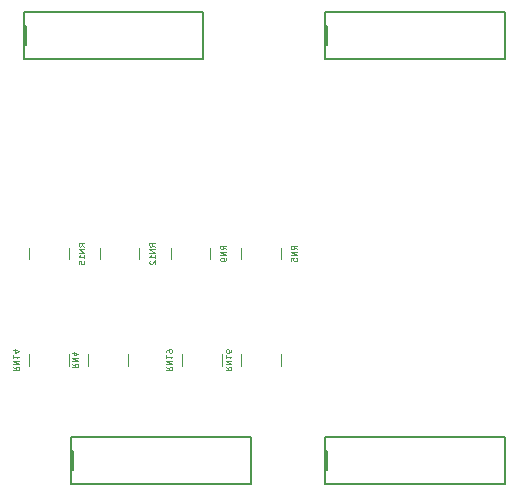
<source format=gbr>
%TF.GenerationSoftware,KiCad,Pcbnew,(5.99.0-2671-gfc0a358ba)*%
%TF.CreationDate,2020-09-04T13:27:30+05:30*%
%TF.ProjectId,Alchitry_IO_Shield,416c6368-6974-4727-995f-494f5f536869,rev?*%
%TF.SameCoordinates,Original*%
%TF.FileFunction,Legend,Bot*%
%TF.FilePolarity,Positive*%
%FSLAX46Y46*%
G04 Gerber Fmt 4.6, Leading zero omitted, Abs format (unit mm)*
G04 Created by KiCad (PCBNEW (5.99.0-2671-gfc0a358ba)) date 2020-09-04 13:27:30*
%MOMM*%
%LPD*%
G01*
G04 APERTURE LIST*
%ADD10C,0.100000*%
%ADD11C,0.127000*%
%ADD12C,0.120000*%
G04 APERTURE END LIST*
D10*
%TO.C,RN5*%
X54026190Y-50554761D02*
X53788095Y-50388095D01*
X54026190Y-50269047D02*
X53526190Y-50269047D01*
X53526190Y-50459523D01*
X53550000Y-50507142D01*
X53573809Y-50530952D01*
X53621428Y-50554761D01*
X53692857Y-50554761D01*
X53740476Y-50530952D01*
X53764285Y-50507142D01*
X53788095Y-50459523D01*
X53788095Y-50269047D01*
X54026190Y-50769047D02*
X53526190Y-50769047D01*
X54026190Y-51054761D01*
X53526190Y-51054761D01*
X53526190Y-51530952D02*
X53526190Y-51292857D01*
X53764285Y-51269047D01*
X53740476Y-51292857D01*
X53716666Y-51340476D01*
X53716666Y-51459523D01*
X53740476Y-51507142D01*
X53764285Y-51530952D01*
X53811904Y-51554761D01*
X53930952Y-51554761D01*
X53978571Y-51530952D01*
X54002380Y-51507142D01*
X54026190Y-51459523D01*
X54026190Y-51340476D01*
X54002380Y-51292857D01*
X53978571Y-51269047D01*
%TO.C,RN15*%
X36026190Y-50316666D02*
X35788095Y-50150000D01*
X36026190Y-50030952D02*
X35526190Y-50030952D01*
X35526190Y-50221428D01*
X35550000Y-50269047D01*
X35573809Y-50292857D01*
X35621428Y-50316666D01*
X35692857Y-50316666D01*
X35740476Y-50292857D01*
X35764285Y-50269047D01*
X35788095Y-50221428D01*
X35788095Y-50030952D01*
X36026190Y-50530952D02*
X35526190Y-50530952D01*
X36026190Y-50816666D01*
X35526190Y-50816666D01*
X36026190Y-51316666D02*
X36026190Y-51030952D01*
X36026190Y-51173809D02*
X35526190Y-51173809D01*
X35597619Y-51126190D01*
X35645238Y-51078571D01*
X35669047Y-51030952D01*
X35526190Y-51769047D02*
X35526190Y-51530952D01*
X35764285Y-51507142D01*
X35740476Y-51530952D01*
X35716666Y-51578571D01*
X35716666Y-51697619D01*
X35740476Y-51745238D01*
X35764285Y-51769047D01*
X35811904Y-51792857D01*
X35930952Y-51792857D01*
X35978571Y-51769047D01*
X36002380Y-51745238D01*
X36026190Y-51697619D01*
X36026190Y-51578571D01*
X36002380Y-51530952D01*
X35978571Y-51507142D01*
%TO.C,RN14*%
X29973809Y-60483333D02*
X30211904Y-60650000D01*
X29973809Y-60769047D02*
X30473809Y-60769047D01*
X30473809Y-60578571D01*
X30450000Y-60530952D01*
X30426190Y-60507142D01*
X30378571Y-60483333D01*
X30307142Y-60483333D01*
X30259523Y-60507142D01*
X30235714Y-60530952D01*
X30211904Y-60578571D01*
X30211904Y-60769047D01*
X29973809Y-60269047D02*
X30473809Y-60269047D01*
X29973809Y-59983333D01*
X30473809Y-59983333D01*
X29973809Y-59483333D02*
X29973809Y-59769047D01*
X29973809Y-59626190D02*
X30473809Y-59626190D01*
X30402380Y-59673809D01*
X30354761Y-59721428D01*
X30330952Y-59769047D01*
X30307142Y-59054761D02*
X29973809Y-59054761D01*
X30497619Y-59173809D02*
X30140476Y-59292857D01*
X30140476Y-58983333D01*
%TO.C,RN4*%
X34973809Y-60245238D02*
X35211904Y-60411904D01*
X34973809Y-60530952D02*
X35473809Y-60530952D01*
X35473809Y-60340476D01*
X35450000Y-60292857D01*
X35426190Y-60269047D01*
X35378571Y-60245238D01*
X35307142Y-60245238D01*
X35259523Y-60269047D01*
X35235714Y-60292857D01*
X35211904Y-60340476D01*
X35211904Y-60530952D01*
X34973809Y-60030952D02*
X35473809Y-60030952D01*
X34973809Y-59745238D01*
X35473809Y-59745238D01*
X35307142Y-59292857D02*
X34973809Y-59292857D01*
X35497619Y-59411904D02*
X35140476Y-59530952D01*
X35140476Y-59221428D01*
%TO.C,RN12*%
X42026190Y-50316666D02*
X41788095Y-50150000D01*
X42026190Y-50030952D02*
X41526190Y-50030952D01*
X41526190Y-50221428D01*
X41550000Y-50269047D01*
X41573809Y-50292857D01*
X41621428Y-50316666D01*
X41692857Y-50316666D01*
X41740476Y-50292857D01*
X41764285Y-50269047D01*
X41788095Y-50221428D01*
X41788095Y-50030952D01*
X42026190Y-50530952D02*
X41526190Y-50530952D01*
X42026190Y-50816666D01*
X41526190Y-50816666D01*
X42026190Y-51316666D02*
X42026190Y-51030952D01*
X42026190Y-51173809D02*
X41526190Y-51173809D01*
X41597619Y-51126190D01*
X41645238Y-51078571D01*
X41669047Y-51030952D01*
X41573809Y-51507142D02*
X41550000Y-51530952D01*
X41526190Y-51578571D01*
X41526190Y-51697619D01*
X41550000Y-51745238D01*
X41573809Y-51769047D01*
X41621428Y-51792857D01*
X41669047Y-51792857D01*
X41740476Y-51769047D01*
X42026190Y-51483333D01*
X42026190Y-51792857D01*
%TO.C,RN16*%
X47973809Y-60483333D02*
X48211904Y-60650000D01*
X47973809Y-60769047D02*
X48473809Y-60769047D01*
X48473809Y-60578571D01*
X48450000Y-60530952D01*
X48426190Y-60507142D01*
X48378571Y-60483333D01*
X48307142Y-60483333D01*
X48259523Y-60507142D01*
X48235714Y-60530952D01*
X48211904Y-60578571D01*
X48211904Y-60769047D01*
X47973809Y-60269047D02*
X48473809Y-60269047D01*
X47973809Y-59983333D01*
X48473809Y-59983333D01*
X47973809Y-59483333D02*
X47973809Y-59769047D01*
X47973809Y-59626190D02*
X48473809Y-59626190D01*
X48402380Y-59673809D01*
X48354761Y-59721428D01*
X48330952Y-59769047D01*
X48473809Y-59054761D02*
X48473809Y-59150000D01*
X48450000Y-59197619D01*
X48426190Y-59221428D01*
X48354761Y-59269047D01*
X48259523Y-59292857D01*
X48069047Y-59292857D01*
X48021428Y-59269047D01*
X47997619Y-59245238D01*
X47973809Y-59197619D01*
X47973809Y-59102380D01*
X47997619Y-59054761D01*
X48021428Y-59030952D01*
X48069047Y-59007142D01*
X48188095Y-59007142D01*
X48235714Y-59030952D01*
X48259523Y-59054761D01*
X48283333Y-59102380D01*
X48283333Y-59197619D01*
X48259523Y-59245238D01*
X48235714Y-59269047D01*
X48188095Y-59292857D01*
%TO.C,RN9*%
X48026190Y-50554761D02*
X47788095Y-50388095D01*
X48026190Y-50269047D02*
X47526190Y-50269047D01*
X47526190Y-50459523D01*
X47550000Y-50507142D01*
X47573809Y-50530952D01*
X47621428Y-50554761D01*
X47692857Y-50554761D01*
X47740476Y-50530952D01*
X47764285Y-50507142D01*
X47788095Y-50459523D01*
X47788095Y-50269047D01*
X48026190Y-50769047D02*
X47526190Y-50769047D01*
X48026190Y-51054761D01*
X47526190Y-51054761D01*
X48026190Y-51316666D02*
X48026190Y-51411904D01*
X48002380Y-51459523D01*
X47978571Y-51483333D01*
X47907142Y-51530952D01*
X47811904Y-51554761D01*
X47621428Y-51554761D01*
X47573809Y-51530952D01*
X47550000Y-51507142D01*
X47526190Y-51459523D01*
X47526190Y-51364285D01*
X47550000Y-51316666D01*
X47573809Y-51292857D01*
X47621428Y-51269047D01*
X47740476Y-51269047D01*
X47788095Y-51292857D01*
X47811904Y-51316666D01*
X47835714Y-51364285D01*
X47835714Y-51459523D01*
X47811904Y-51507142D01*
X47788095Y-51530952D01*
X47740476Y-51554761D01*
%TO.C,RN19*%
X42973809Y-60483333D02*
X43211904Y-60650000D01*
X42973809Y-60769047D02*
X43473809Y-60769047D01*
X43473809Y-60578571D01*
X43450000Y-60530952D01*
X43426190Y-60507142D01*
X43378571Y-60483333D01*
X43307142Y-60483333D01*
X43259523Y-60507142D01*
X43235714Y-60530952D01*
X43211904Y-60578571D01*
X43211904Y-60769047D01*
X42973809Y-60269047D02*
X43473809Y-60269047D01*
X42973809Y-59983333D01*
X43473809Y-59983333D01*
X42973809Y-59483333D02*
X42973809Y-59769047D01*
X42973809Y-59626190D02*
X43473809Y-59626190D01*
X43402380Y-59673809D01*
X43354761Y-59721428D01*
X43330952Y-59769047D01*
X42973809Y-59245238D02*
X42973809Y-59150000D01*
X42997619Y-59102380D01*
X43021428Y-59078571D01*
X43092857Y-59030952D01*
X43188095Y-59007142D01*
X43378571Y-59007142D01*
X43426190Y-59030952D01*
X43450000Y-59054761D01*
X43473809Y-59102380D01*
X43473809Y-59197619D01*
X43450000Y-59245238D01*
X43426190Y-59269047D01*
X43378571Y-59292857D01*
X43259523Y-59292857D01*
X43211904Y-59269047D01*
X43188095Y-59245238D01*
X43164285Y-59197619D01*
X43164285Y-59102380D01*
X43188095Y-59054761D01*
X43211904Y-59030952D01*
X43259523Y-59007142D01*
D11*
%TO.C,U1*%
X35100000Y-67650001D02*
X35100000Y-69250001D01*
X34900000Y-67650001D02*
X35100000Y-67650001D01*
X30900000Y-31650001D02*
X31100000Y-31650001D01*
X35100000Y-69250001D02*
X34900000Y-69250001D01*
X46100000Y-30450001D02*
X30900000Y-30450001D01*
X50100000Y-66450001D02*
X34900000Y-66450001D01*
X34900000Y-70450001D02*
X50100000Y-70450001D01*
X30900000Y-30450001D02*
X30900000Y-31650001D01*
X56400000Y-33250001D02*
X56400000Y-34450001D01*
X71600000Y-34450001D02*
X71600000Y-30450001D01*
X71600000Y-70450001D02*
X71600000Y-66450001D01*
X56400000Y-67650001D02*
X56400000Y-69250001D01*
X56400000Y-67650001D02*
X56600000Y-67650001D01*
X56400000Y-70450001D02*
X71600000Y-70450001D01*
X56400000Y-66450001D02*
X56400000Y-67650001D01*
X30900000Y-33250001D02*
X30900000Y-34450001D01*
X34900000Y-69250001D02*
X34900000Y-70450001D01*
X71600000Y-30450001D02*
X56400000Y-30450001D01*
X46100000Y-34450001D02*
X46100000Y-30450001D01*
X56600000Y-67650001D02*
X56600000Y-69250001D01*
X50100000Y-70450001D02*
X50100000Y-66450001D01*
X56400000Y-69250001D02*
X56400000Y-70450001D01*
X56400000Y-34450001D02*
X71600000Y-34450001D01*
X56400000Y-31650001D02*
X56400000Y-33250001D01*
X71600000Y-66450001D02*
X56400000Y-66450001D01*
X56600000Y-31650001D02*
X56600000Y-33250001D01*
X31100000Y-33250001D02*
X30900000Y-33250001D01*
X34900000Y-67650001D02*
X34900000Y-69250001D01*
X31100000Y-31650001D02*
X31100000Y-33250001D01*
X30900000Y-34450001D02*
X46100000Y-34450001D01*
X56600000Y-33250001D02*
X56400000Y-33250001D01*
X56600000Y-69250001D02*
X56400000Y-69250001D01*
X56400000Y-31650001D02*
X56600000Y-31650001D01*
X34900000Y-66450001D02*
X34900000Y-67650001D01*
X56400000Y-30450001D02*
X56400000Y-31650001D01*
X30900000Y-31650001D02*
X30900000Y-33250001D01*
D12*
%TO.C,RN5*%
X52680000Y-50400000D02*
X52680000Y-51400000D01*
X49320000Y-50400000D02*
X49320000Y-51400000D01*
%TO.C,RN15*%
X31320000Y-50400000D02*
X31320000Y-51400000D01*
X34680000Y-50400000D02*
X34680000Y-51400000D01*
%TO.C,RN14*%
X31320000Y-60400000D02*
X31320000Y-59400000D01*
X34680000Y-60400000D02*
X34680000Y-59400000D01*
%TO.C,RN4*%
X39680000Y-60400000D02*
X39680000Y-59400000D01*
X36320000Y-60400000D02*
X36320000Y-59400000D01*
%TO.C,RN12*%
X37320000Y-50400000D02*
X37320000Y-51400000D01*
X40680000Y-50400000D02*
X40680000Y-51400000D01*
%TO.C,RN16*%
X49320000Y-60400000D02*
X49320000Y-59400000D01*
X52680000Y-60400000D02*
X52680000Y-59400000D01*
%TO.C,RN9*%
X46680000Y-50400000D02*
X46680000Y-51400000D01*
X43320000Y-50400000D02*
X43320000Y-51400000D01*
%TO.C,RN19*%
X44320000Y-60400000D02*
X44320000Y-59400000D01*
X47680000Y-60400000D02*
X47680000Y-59400000D01*
%TD*%
M02*

</source>
